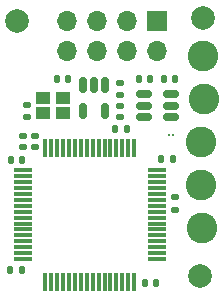
<source format=gts>
%TF.GenerationSoftware,KiCad,Pcbnew,8.0.5*%
%TF.CreationDate,2025-02-24T22:08:56-06:00*%
%TF.ProjectId,spudglo_driver_mini_v1p0,73707564-676c-46f5-9f64-72697665725f,rev?*%
%TF.SameCoordinates,Original*%
%TF.FileFunction,Soldermask,Top*%
%TF.FilePolarity,Negative*%
%FSLAX46Y46*%
G04 Gerber Fmt 4.6, Leading zero omitted, Abs format (unit mm)*
G04 Created by KiCad (PCBNEW 8.0.5) date 2025-02-24 22:08:56*
%MOMM*%
%LPD*%
G01*
G04 APERTURE LIST*
G04 Aperture macros list*
%AMRoundRect*
0 Rectangle with rounded corners*
0 $1 Rounding radius*
0 $2 $3 $4 $5 $6 $7 $8 $9 X,Y pos of 4 corners*
0 Add a 4 corners polygon primitive as box body*
4,1,4,$2,$3,$4,$5,$6,$7,$8,$9,$2,$3,0*
0 Add four circle primitives for the rounded corners*
1,1,$1+$1,$2,$3*
1,1,$1+$1,$4,$5*
1,1,$1+$1,$6,$7*
1,1,$1+$1,$8,$9*
0 Add four rect primitives between the rounded corners*
20,1,$1+$1,$2,$3,$4,$5,0*
20,1,$1+$1,$4,$5,$6,$7,0*
20,1,$1+$1,$6,$7,$8,$9,0*
20,1,$1+$1,$8,$9,$2,$3,0*%
G04 Aperture macros list end*
%ADD10C,2.000000*%
%ADD11RoundRect,0.140000X0.140000X0.170000X-0.140000X0.170000X-0.140000X-0.170000X0.140000X-0.170000X0*%
%ADD12RoundRect,0.140000X-0.140000X-0.170000X0.140000X-0.170000X0.140000X0.170000X-0.140000X0.170000X0*%
%ADD13RoundRect,0.140000X0.170000X-0.140000X0.170000X0.140000X-0.170000X0.140000X-0.170000X-0.140000X0*%
%ADD14RoundRect,0.140000X-0.170000X0.140000X-0.170000X-0.140000X0.170000X-0.140000X0.170000X0.140000X0*%
%ADD15RoundRect,0.135000X-0.185000X0.135000X-0.185000X-0.135000X0.185000X-0.135000X0.185000X0.135000X0*%
%ADD16C,2.600000*%
%ADD17RoundRect,0.150000X-0.512500X-0.150000X0.512500X-0.150000X0.512500X0.150000X-0.512500X0.150000X0*%
%ADD18RoundRect,0.075000X-0.700000X0.075000X-0.700000X-0.075000X0.700000X-0.075000X0.700000X0.075000X0*%
%ADD19RoundRect,0.075000X-0.075000X0.700000X-0.075000X-0.700000X0.075000X-0.700000X0.075000X0.700000X0*%
%ADD20O,1.700000X1.700000*%
%ADD21R,1.700000X1.700000*%
%ADD22R,1.200000X1.000000*%
%ADD23RoundRect,0.150000X-0.150000X0.512500X-0.150000X-0.512500X0.150000X-0.512500X0.150000X0.512500X0*%
%ADD24R,0.152400X0.254000*%
G04 APERTURE END LIST*
D10*
%TO.C,H3*%
X192024000Y-52280000D03*
%TD*%
D11*
%TO.C,C25*%
X205420000Y-57180000D03*
X204460000Y-57180000D03*
%TD*%
D12*
%TO.C,C24*%
X202320000Y-57210000D03*
X203280000Y-57210000D03*
%TD*%
D11*
%TO.C,C23*%
X196360000Y-57210000D03*
X195400000Y-57210000D03*
%TD*%
D13*
%TO.C,C20*%
X192830000Y-60400000D03*
X192830000Y-59440000D03*
%TD*%
%TO.C,C17*%
X192520000Y-62960000D03*
X192520000Y-62000000D03*
%TD*%
%TO.C,C16*%
X193500000Y-62950000D03*
X193500000Y-61990000D03*
%TD*%
D12*
%TO.C,C15*%
X205180000Y-63990000D03*
X204220000Y-63990000D03*
%TD*%
D11*
%TO.C,C14*%
X192400000Y-73370000D03*
X191440000Y-73370000D03*
%TD*%
%TO.C,C13*%
X192430000Y-64020000D03*
X191470000Y-64020000D03*
%TD*%
%TO.C,C12*%
X201290000Y-61420000D03*
X200330000Y-61420000D03*
%TD*%
%TO.C,C11*%
X203790000Y-74480000D03*
X202830000Y-74480000D03*
%TD*%
D14*
%TO.C,C10*%
X200760000Y-59480000D03*
X200760000Y-60440000D03*
%TD*%
%TO.C,C9*%
X200770000Y-57560000D03*
X200770000Y-58520000D03*
%TD*%
D15*
%TO.C,R6*%
X205410000Y-67230000D03*
X205410000Y-68250000D03*
%TD*%
D16*
%TO.C,J7*%
X207630000Y-66200000D03*
%TD*%
%TO.C,J1*%
X207710000Y-69840000D03*
%TD*%
D17*
%TO.C,U7*%
X205050000Y-58500000D03*
X205050000Y-59450000D03*
X205050000Y-60400000D03*
X202775000Y-60400000D03*
X202775000Y-59450000D03*
X202775000Y-58500000D03*
%TD*%
D16*
%TO.C,J2*%
X207630000Y-62550000D03*
%TD*%
D18*
%TO.C,U4*%
X203845000Y-64940001D03*
X203845000Y-65440000D03*
X203845000Y-65940000D03*
X203845000Y-66440000D03*
X203845000Y-66940000D03*
X203845000Y-67440001D03*
X203845000Y-67940000D03*
X203845000Y-68440000D03*
X203845000Y-68940000D03*
X203845000Y-69440000D03*
X203845000Y-69939999D03*
X203845000Y-70440000D03*
X203845000Y-70940000D03*
X203845000Y-71440000D03*
X203845000Y-71940000D03*
X203845000Y-72439999D03*
D19*
X201919999Y-74365000D03*
X201420000Y-74365000D03*
X200920000Y-74365000D03*
X200420000Y-74365000D03*
X199920000Y-74365000D03*
X199419999Y-74365000D03*
X198920000Y-74365000D03*
X198420000Y-74365000D03*
X197920000Y-74365000D03*
X197420000Y-74365000D03*
X196920001Y-74365000D03*
X196420000Y-74365000D03*
X195920000Y-74365000D03*
X195420000Y-74365000D03*
X194920000Y-74365000D03*
X194420001Y-74365000D03*
D18*
X192495000Y-72439999D03*
X192495000Y-71940000D03*
X192495000Y-71440000D03*
X192495000Y-70940000D03*
X192495000Y-70440000D03*
X192495000Y-69939999D03*
X192495000Y-69440000D03*
X192495000Y-68940000D03*
X192495000Y-68440000D03*
X192495000Y-67940000D03*
X192495000Y-67440001D03*
X192495000Y-66940000D03*
X192495000Y-66440000D03*
X192495000Y-65940000D03*
X192495000Y-65440000D03*
X192495000Y-64940001D03*
D19*
X194420001Y-63015000D03*
X194920000Y-63015000D03*
X195420000Y-63015000D03*
X195920000Y-63015000D03*
X196420000Y-63015000D03*
X196920001Y-63015000D03*
X197420000Y-63015000D03*
X197920000Y-63015000D03*
X198420000Y-63015000D03*
X198920000Y-63015000D03*
X199419999Y-63015000D03*
X199920000Y-63015000D03*
X200420000Y-63015000D03*
X200920000Y-63015000D03*
X201420000Y-63015000D03*
X201919999Y-63015000D03*
%TD*%
D16*
%TO.C,J4*%
X207810000Y-58910000D03*
%TD*%
D10*
%TO.C,H1*%
X207772000Y-52070000D03*
%TD*%
D16*
%TO.C,J5*%
X207800000Y-55290000D03*
%TD*%
D20*
%TO.C,J3*%
X196270000Y-54840000D03*
X196270000Y-52300000D03*
X198810000Y-54840000D03*
X198810001Y-52300000D03*
X201350000Y-54840000D03*
X201350000Y-52300000D03*
X203890000Y-54840000D03*
D21*
X203890000Y-52300000D03*
%TD*%
D22*
%TO.C,U5*%
X194210000Y-58790000D03*
X195910000Y-58790000D03*
X195910000Y-60090000D03*
X194210000Y-60090000D03*
%TD*%
D23*
%TO.C,U3*%
X199490000Y-57670000D03*
X198540001Y-57670000D03*
X197590002Y-57670000D03*
X197590002Y-59945000D03*
X199490000Y-59945000D03*
%TD*%
D10*
%TO.C,H2*%
X207518000Y-73914000D03*
%TD*%
D24*
%TO.C,CR2*%
X205250000Y-61950000D03*
X204843600Y-61950000D03*
%TD*%
M02*

</source>
